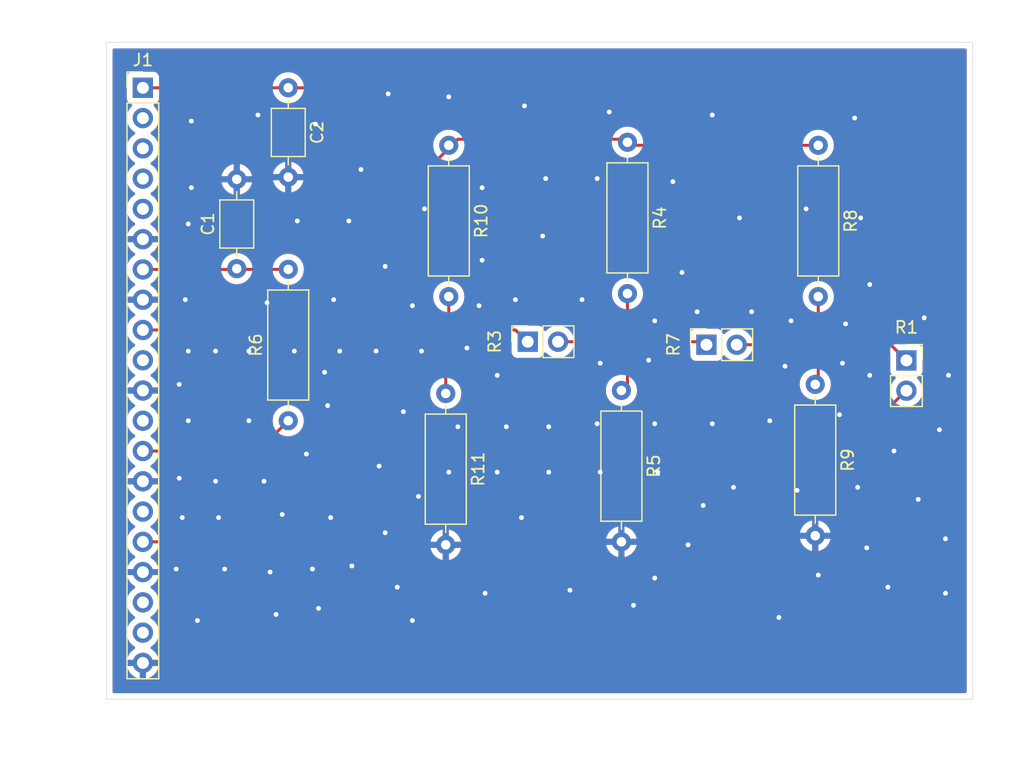
<source format=kicad_pcb>
(kicad_pcb (version 20211014) (generator pcbnew)
  (layers (0 "F.Cu" signal) (31 "B.Cu" signal) (34 "B.Paste" user) (35 "F.Paste" user) (36 "B.SilkS" user "B.Silkscreen") (37 "F.SilkS" user "F.Silkscreen") (38 "B.Mask" user) (39 "F.Mask" user) (44 "Edge.Cuts" user))
  (net 0 "")
  (net 1 "3V3")
  (net 6 "GND")
  (net 7 "rfrx0_false")
  (net 8 "rfrx0_true")
  (net 11 "pwm_out")
  (net 13 "PWM2")
  (net 16 "Net-(R7-Pad2)")
  (net 17 "Net-(R3-Pad2)")
  (footprint "Resistor_THT:R_Axial_DIN0309_L9.0mm_D3.2mm_P12.70mm_Horizontal" (layer "F.Cu") (at 141.986 77.724 -90)
    (fp_text reference "R9" (at 6.35 -2.72 90) (layer "F.SilkS"))
    (fp_text value "R")
    (fp_line (start 11.66 0) (end 10.97 0) (layer "F.SilkS") (width 0.12))
    (fp_line (start 1.73 1.72) (end 10.97 1.72) (layer "F.SilkS") (width 0.12))
    (fp_line (start 10.97 -1.72) (end 1.73 -1.72) (layer "F.SilkS") (width 0.12))
    (fp_line (start 10.97 1.72) (end 10.97 -1.72) (layer "F.SilkS") (width 0.12))
    (fp_line (start 1.04 0) (end 1.73 0) (layer "F.SilkS") (width 0.12))
    (fp_line (start 1.73 -1.72) (end 1.73 1.72) (layer "F.SilkS") (width 0.12))
    (pad "1" thru_hole circle (at 0 0 270) (size 1.6 1.6) (drill 0.8) (layers *.Cu *.Mask) (net 16 "Net-(R7-Pad2)"))
    (pad "2" thru_hole oval (at 12.7 0 270) (size 1.6 1.6) (drill 0.8) (layers *.Cu *.Mask) (net 6 "GND"))
  )
  (footprint "Capacitor_THT:C_Axial_L3.8mm_D2.6mm_P7.50mm_Horizontal" (layer "F.Cu") (at 93.472 68.012 90)
    (fp_text reference "C1" (at 3.75 -2.42 90) (layer "F.SilkS"))
    (fp_text value "C")
    (fp_line (start 1.73 1.42) (end 5.77 1.42) (layer "F.SilkS") (width 0.12))
    (fp_line (start 6.46 0) (end 5.77 0) (layer "F.SilkS") (width 0.12))
    (fp_line (start 5.77 -1.42) (end 1.73 -1.42) (layer "F.SilkS") (width 0.12))
    (fp_line (start 5.77 1.42) (end 5.77 -1.42) (layer "F.SilkS") (width 0.12))
    (fp_line (start 1.04 0) (end 1.73 0) (layer "F.SilkS") (width 0.12))
    (fp_line (start 1.73 -1.42) (end 1.73 1.42) (layer "F.SilkS") (width 0.12))
    (pad "1" thru_hole circle (at 0 0 90) (size 1.6 1.6) (drill 0.8) (layers *.Cu *.Mask) (net 7 "rfrx0_false"))
    (pad "2" thru_hole oval (at 7.5 0 90) (size 1.6 1.6) (drill 0.8) (layers *.Cu *.Mask) (net 6 "GND"))
  )
  (footprint "Resistor_THT:R_Axial_DIN0309_L9.0mm_D3.2mm_P12.70mm_Horizontal" (layer "F.Cu") (at 126.238 57.404 -90)
    (fp_text reference "R4" (at 6.35 -2.72 90) (layer "F.SilkS"))
    (fp_text value "R")
    (fp_line (start 1.73 -1.72) (end 1.73 1.72) (layer "F.SilkS") (width 0.12))
    (fp_line (start 11.66 0) (end 10.97 0) (layer "F.SilkS") (width 0.12))
    (fp_line (start 10.97 1.72) (end 10.97 -1.72) (layer "F.SilkS") (width 0.12))
    (fp_line (start 1.04 0) (end 1.73 0) (layer "F.SilkS") (width 0.12))
    (fp_line (start 10.97 -1.72) (end 1.73 -1.72) (layer "F.SilkS") (width 0.12))
    (fp_line (start 1.73 1.72) (end 10.97 1.72) (layer "F.SilkS") (width 0.12))
    (pad "1" thru_hole circle (at 0 0 270) (size 1.6 1.6) (drill 0.8) (layers *.Cu *.Mask) (net 1 "3V3"))
    (pad "2" thru_hole oval (at 12.7 0 270) (size 1.6 1.6) (drill 0.8) (layers *.Cu *.Mask) (net 17 "Net-(R3-Pad2)"))
  )
  (footprint "Resistor_THT:R_Axial_DIN0309_L9.0mm_D3.2mm_P12.70mm_Horizontal" (layer "F.Cu") (at 142.24 57.658 -90)
    (fp_text reference "R8" (at 6.35 -2.72 90) (layer "F.SilkS"))
    (fp_text value "R")
    (fp_line (start 10.97 -1.72) (end 1.73 -1.72) (layer "F.SilkS") (width 0.12))
    (fp_line (start 11.66 0) (end 10.97 0) (layer "F.SilkS") (width 0.12))
    (fp_line (start 1.73 1.72) (end 10.97 1.72) (layer "F.SilkS") (width 0.12))
    (fp_line (start 1.04 0) (end 1.73 0) (layer "F.SilkS") (width 0.12))
    (fp_line (start 10.97 1.72) (end 10.97 -1.72) (layer "F.SilkS") (width 0.12))
    (fp_line (start 1.73 -1.72) (end 1.73 1.72) (layer "F.SilkS") (width 0.12))
    (pad "1" thru_hole circle (at 0 0 270) (size 1.6 1.6) (drill 0.8) (layers *.Cu *.Mask) (net 1 "3V3"))
    (pad "2" thru_hole oval (at 12.7 0 270) (size 1.6 1.6) (drill 0.8) (layers *.Cu *.Mask) (net 16 "Net-(R7-Pad2)"))
  )
  (footprint "Resistor_THT:R_Axial_DIN0309_L9.0mm_D3.2mm_P12.70mm_Horizontal" (layer "F.Cu") (at 125.73 78.232 -90)
    (fp_text reference "R5" (at 6.35 -2.72 90) (layer "F.SilkS"))
    (fp_text value "R")
    (fp_line (start 10.97 -1.72) (end 1.73 -1.72) (layer "F.SilkS") (width 0.12))
    (fp_line (start 1.73 1.72) (end 10.97 1.72) (layer "F.SilkS") (width 0.12))
    (fp_line (start 10.97 1.72) (end 10.97 -1.72) (layer "F.SilkS") (width 0.12))
    (fp_line (start 1.04 0) (end 1.73 0) (layer "F.SilkS") (width 0.12))
    (fp_line (start 1.73 -1.72) (end 1.73 1.72) (layer "F.SilkS") (width 0.12))
    (fp_line (start 11.66 0) (end 10.97 0) (layer "F.SilkS") (width 0.12))
    (pad "1" thru_hole circle (at 0 0 270) (size 1.6 1.6) (drill 0.8) (layers *.Cu *.Mask) (net 17 "Net-(R3-Pad2)"))
    (pad "2" thru_hole oval (at 12.7 0 270) (size 1.6 1.6) (drill 0.8) (layers *.Cu *.Mask) (net 6 "GND"))
  )
  (footprint "Connector_PinHeader_2.54mm:PinHeader_1x20_P2.54mm_Vertical" (layer "F.Cu") (at 85.598 52.837)
    (fp_text reference "J1" (at 0 -2.33) (layer "F.SilkS"))
    (fp_text value "Connector_Generic_Conn_01x20")
    (fp_line (start -1.33 1.27) (end 1.33 1.27) (layer "F.SilkS") (width 0.12))
    (fp_line (start -1.33 49.59) (end 1.33 49.59) (layer "F.SilkS") (width 0.12))
    (fp_line (start -1.33 0) (end -1.33 -1.33) (layer "F.SilkS") (width 0.12))
    (fp_line (start -1.33 -1.33) (end 0 -1.33) (layer "F.SilkS") (width 0.12))
    (fp_line (start 1.33 1.27) (end 1.33 49.59) (layer "F.SilkS") (width 0.12))
    (fp_line (start -1.33 1.27) (end -1.33 49.59) (layer "F.SilkS") (width 0.12))
    (pad "1" thru_hole rect (at 0 0) (size 1.7 1.7) (drill 1) (layers *.Cu *.Mask) (net 1 "3V3"))
    (pad "2" thru_hole oval (at 0 2.54) (size 1.7 1.7) (drill 1) (layers *.Cu *.Mask))
    (pad "3" thru_hole oval (at 0 5.08) (size 1.7 1.7) (drill 1) (layers *.Cu *.Mask))
    (pad "4" thru_hole oval (at 0 7.62) (size 1.7 1.7) (drill 1) (layers *.Cu *.Mask))
    (pad "5" thru_hole oval (at 0 10.16) (size 1.7 1.7) (drill 1) (layers *.Cu *.Mask))
    (pad "6" thru_hole oval (at 0 12.7) (size 1.7 1.7) (drill 1) (layers *.Cu *.Mask) (net 6 "GND"))
    (pad "7" thru_hole oval (at 0 15.24) (size 1.7 1.7) (drill 1) (layers *.Cu *.Mask) (net 7 "rfrx0_false"))
    (pad "8" thru_hole oval (at 0 17.78) (size 1.7 1.7) (drill 1) (layers *.Cu *.Mask) (net 6 "GND"))
    (pad "9" thru_hole oval (at 0 20.32) (size 1.7 1.7) (drill 1) (layers *.Cu *.Mask) (net 8 "rfrx0_true"))
    (pad "10" thru_hole oval (at 0 22.86) (size 1.7 1.7) (drill 1) (layers *.Cu *.Mask))
    (pad "11" thru_hole oval (at 0 25.4) (size 1.7 1.7) (drill 1) (layers *.Cu *.Mask) (net 6 "GND"))
    (pad "12" thru_hole oval (at 0 27.94) (size 1.7 1.7) (drill 1) (layers *.Cu *.Mask))
    (pad "13" thru_hole oval (at 0 30.48) (size 1.7 1.7) (drill 1) (layers *.Cu *.Mask) (net 11 "pwm_out"))
    (pad "14" thru_hole oval (at 0 33.02) (size 1.7 1.7) (drill 1) (layers *.Cu *.Mask) (net 6 "GND"))
    (pad "15" thru_hole oval (at 0 35.56) (size 1.7 1.7) (drill 1) (layers *.Cu *.Mask))
    (pad "16" thru_hole oval (at 0 38.1) (size 1.7 1.7) (drill 1) (layers *.Cu *.Mask) (net 13 "PWM2"))
    (pad "17" thru_hole oval (at 0 40.64) (size 1.7 1.7) (drill 1) (layers *.Cu *.Mask) (net 6 "GND"))
    (pad "18" thru_hole oval (at 0 43.18) (size 1.7 1.7) (drill 1) (layers *.Cu *.Mask))
    (pad "19" thru_hole oval (at 0 45.72) (size 1.7 1.7) (drill 1) (layers *.Cu *.Mask))
    (pad "20" thru_hole oval (at 0 48.26) (size 1.7 1.7) (drill 1) (layers *.Cu *.Mask) (net 6 "GND"))
  )
  (footprint "Connector_PinSocket_2.54mm:PinSocket_1x02_P2.54mm_Vertical" (layer "F.Cu") (at 149.631 75.712)
    (fp_text reference "R1" (at 0 -2.77) (layer "F.SilkS"))
    (fp_text value "R")
    (fp_line (start -1.33 1.27) (end 1.33 1.27) (layer "F.SilkS") (width 0.12))
    (fp_line (start -1.33 1.27) (end -1.33 3.87) (layer "F.SilkS") (width 0.12))
    (fp_line (start 1.33 1.27) (end 1.33 3.87) (layer "F.SilkS") (width 0.12))
    (fp_line (start -1.33 3.87) (end 1.33 3.87) (layer "F.SilkS") (width 0.12))
    (fp_line (start 1.33 -1.33) (end 1.33 0) (layer "F.SilkS") (width 0.12))
    (fp_line (start 0 -1.33) (end 1.33 -1.33) (layer "F.SilkS") (width 0.12))
    (pad "1" thru_hole rect (at 0 0) (size 1.7 1.7) (drill 1) (layers *.Cu *.Mask) (net 16 "Net-(R7-Pad2)"))
    (pad "2" thru_hole oval (at 0 2.54) (size 1.7 1.7) (drill 1) (layers *.Cu *.Mask) (net 13 "PWM2"))
  )
  (footprint "Resistor_THT:R_Axial_DIN0309_L9.0mm_D3.2mm_P12.70mm_Horizontal" (layer "F.Cu") (at 110.998 78.486 -90)
    (fp_text reference "R11" (at 6.35 -2.72 90) (layer "F.SilkS"))
    (fp_text value "R")
    (fp_line (start 10.97 -1.72) (end 1.73 -1.72) (layer "F.SilkS") (width 0.12))
    (fp_line (start 1.73 -1.72) (end 1.73 1.72) (layer "F.SilkS") (width 0.12))
    (fp_line (start 11.66 0) (end 10.97 0) (layer "F.SilkS") (width 0.12))
    (fp_line (start 10.97 1.72) (end 10.97 -1.72) (layer "F.SilkS") (width 0.12))
    (fp_line (start 1.73 1.72) (end 10.97 1.72) (layer "F.SilkS") (width 0.12))
    (fp_line (start 1.04 0) (end 1.73 0) (layer "F.SilkS") (width 0.12))
    (pad "1" thru_hole circle (at 0 0 270) (size 1.6 1.6) (drill 0.8) (layers *.Cu *.Mask) (net 8 "rfrx0_true"))
    (pad "2" thru_hole oval (at 12.7 0 270) (size 1.6 1.6) (drill 0.8) (layers *.Cu *.Mask) (net 6 "GND"))
  )
  (footprint "Capacitor_THT:C_Axial_L3.8mm_D2.6mm_P7.50mm_Horizontal" (layer "F.Cu") (at 97.79 52.832 -90)
    (fp_text reference "C2" (at 3.75 -2.42 90) (layer "F.SilkS"))
    (fp_text value "C")
    (fp_line (start 6.46 0) (end 5.77 0) (layer "F.SilkS") (width 0.12))
    (fp_line (start 1.73 -1.42) (end 1.73 1.42) (layer "F.SilkS") (width 0.12))
    (fp_line (start 1.04 0) (end 1.73 0) (layer "F.SilkS") (width 0.12))
    (fp_line (start 5.77 -1.42) (end 1.73 -1.42) (layer "F.SilkS") (width 0.12))
    (fp_line (start 5.77 1.42) (end 5.77 -1.42) (layer "F.SilkS") (width 0.12))
    (fp_line (start 1.73 1.42) (end 5.77 1.42) (layer "F.SilkS") (width 0.12))
    (pad "1" thru_hole circle (at 0 0 270) (size 1.6 1.6) (drill 0.8) (layers *.Cu *.Mask) (net 1 "3V3"))
    (pad "2" thru_hole oval (at 7.5 0 270) (size 1.6 1.6) (drill 0.8) (layers *.Cu *.Mask) (net 6 "GND"))
  )
  (footprint "Resistor_THT:R_Axial_DIN0309_L9.0mm_D3.2mm_P12.70mm_Horizontal" (layer "F.Cu") (at 97.79 80.772 90)
    (fp_text reference "R6" (at 6.35 -2.72 90) (layer "F.SilkS"))
    (fp_text value "R")
    (fp_line (start 10.97 -1.72) (end 1.73 -1.72) (layer "F.SilkS") (width 0.12))
    (fp_line (start 1.73 1.72) (end 10.97 1.72) (layer "F.SilkS") (width 0.12))
    (fp_line (start 1.73 -1.72) (end 1.73 1.72) (layer "F.SilkS") (width 0.12))
    (fp_line (start 11.66 0) (end 10.97 0) (layer "F.SilkS") (width 0.12))
    (fp_line (start 1.04 0) (end 1.73 0) (layer "F.SilkS") (width 0.12))
    (fp_line (start 10.97 1.72) (end 10.97 -1.72) (layer "F.SilkS") (width 0.12))
    (pad "1" thru_hole circle (at 0 0 90) (size 1.6 1.6) (drill 0.8) (layers *.Cu *.Mask) (net 11 "pwm_out"))
    (pad "2" thru_hole oval (at 12.7 0 90) (size 1.6 1.6) (drill 0.8) (layers *.Cu *.Mask) (net 7 "rfrx0_false"))
  )
  (footprint "Connector_PinSocket_2.54mm:PinSocket_1x02_P2.54mm_Vertical" (layer "F.Cu") (at 132.862 74.397 90)
    (fp_text reference "R7" (at 0 -2.77 90) (layer "F.SilkS"))
    (fp_text value "R")
    (fp_line (start 1.33 -1.33) (end 1.33 0) (layer "F.SilkS") (width 0.12))
    (fp_line (start -1.33 3.87) (end 1.33 3.87) (layer "F.SilkS") (width 0.12))
    (fp_line (start -1.33 1.27) (end 1.33 1.27) (layer "F.SilkS") (width 0.12))
    (fp_line (start 1.33 1.27) (end 1.33 3.87) (layer "F.SilkS") (width 0.12))
    (fp_line (start -1.33 1.27) (end -1.33 3.87) (layer "F.SilkS") (width 0.12))
    (fp_line (start 0 -1.33) (end 1.33 -1.33) (layer "F.SilkS") (width 0.12))
    (pad "1" thru_hole rect (at 0 0 90) (size 1.7 1.7) (drill 1) (layers *.Cu *.Mask) (net 17 "Net-(R3-Pad2)"))
    (pad "2" thru_hole oval (at 0 2.54 90) (size 1.7 1.7) (drill 1) (layers *.Cu *.Mask) (net 16 "Net-(R7-Pad2)"))
  )
  (footprint "Resistor_THT:R_Axial_DIN0309_L9.0mm_D3.2mm_P12.70mm_Horizontal" (layer "F.Cu") (at 111.252 57.658 -90)
    (fp_text reference "R10" (at 6.35 -2.72 90) (layer "F.SilkS"))
    (fp_text value "R")
    (fp_line (start 11.66 0) (end 10.97 0) (layer "F.SilkS") (width 0.12))
    (fp_line (start 10.97 -1.72) (end 1.73 -1.72) (layer "F.SilkS") (width 0.12))
    (fp_line (start 1.04 0) (end 1.73 0) (layer "F.SilkS") (width 0.12))
    (fp_line (start 1.73 1.72) (end 10.97 1.72) (layer "F.SilkS") (width 0.12))
    (fp_line (start 1.73 -1.72) (end 1.73 1.72) (layer "F.SilkS") (width 0.12))
    (fp_line (start 10.97 1.72) (end 10.97 -1.72) (layer "F.SilkS") (width 0.12))
    (pad "1" thru_hole circle (at 0 0 270) (size 1.6 1.6) (drill 0.8) (layers *.Cu *.Mask) (net 1 "3V3"))
    (pad "2" thru_hole oval (at 12.7 0 270) (size 1.6 1.6) (drill 0.8) (layers *.Cu *.Mask) (net 8 "rfrx0_true"))
  )
  (footprint "Connector_PinSocket_2.54mm:PinSocket_1x02_P2.54mm_Vertical" (layer "F.Cu") (at 117.876 74.143 90)
    (fp_text reference "R3" (at 0 -2.77 90) (layer "F.SilkS"))
    (fp_text value "R")
    (fp_line (start -1.33 1.27) (end -1.33 3.87) (layer "F.SilkS") (width 0.12))
    (fp_line (start -1.33 3.87) (end 1.33 3.87) (layer "F.SilkS") (width 0.12))
    (fp_line (start 1.33 1.27) (end 1.33 3.87) (layer "F.SilkS") (width 0.12))
    (fp_line (start 0 -1.33) (end 1.33 -1.33) (layer "F.SilkS") (width 0.12))
    (fp_line (start 1.33 -1.33) (end 1.33 0) (layer "F.SilkS") (width 0.12))
    (fp_line (start -1.33 1.27) (end 1.33 1.27) (layer "F.SilkS") (width 0.12))
    (pad "1" thru_hole rect (at 0 0 90) (size 1.7 1.7) (drill 1) (layers *.Cu *.Mask) (net 8 "rfrx0_true"))
    (pad "2" thru_hole oval (at 0 2.54 90) (size 1.7 1.7) (drill 1) (layers *.Cu *.Mask) (net 17 "Net-(R3-Pad2)"))
  )
  (gr_rect (start 82.55 49.022) (end 155.194 104.14) (layer "Edge.Cuts") (width 0.05) (fill none))
  (segment (start 126.746 57.658) (end 142.24 57.658) (width 0.25) (layer "F.Cu") (net 1))
  (segment (start 106.934 58.674) (end 106.934 59.182) (width 0.25) (layer "F.Cu") (net 1))
  (segment (start 85.598 52.837) (end 101.097 52.837) (width 0.25) (layer "F.Cu") (net 1))
  (segment (start 106.934 59.182) (end 109.982 59.182) (width 0.25) (layer "F.Cu") (net 1))
  (segment (start 112.014 57.15) (end 126.238 57.15) (width 0.25) (layer "F.Cu") (net 1))
  (segment (start 101.097 52.837) (end 106.934 58.674) (width 0.25) (layer "F.Cu") (net 1))
  (segment (start 126.238 57.15) (end 126.746 57.658) (width 0.25) (layer "F.Cu") (net 1))
  (segment (start 109.982 59.182) (end 112.014 57.15) (width 0.25) (layer "F.Cu") (net 1))
  (via (at 128.016 75.692) (size 0.8) (drill 0.4) (layers "F.Cu" "B.Cu") (net 6))
  (via (at 133.35 81.026) (size 0.8) (drill 0.4) (layers "F.Cu" "B.Cu") (net 6))
  (via (at 101.092 79.502) (size 0.8) (drill 0.4) (layers "F.Cu" "B.Cu") (net 6))
  (via (at 102.87 64.008) (size 0.8) (drill 0.4) (layers "F.Cu" "B.Cu") (net 6))
  (via (at 89.662 61.214) (size 0.8) (drill 0.4) (layers "F.Cu" "B.Cu") (net 6))
  (via (at 152.4 81.534) (size 0.8) (drill 0.4) (layers "F.Cu" "B.Cu") (net 6))
  (via (at 132.588 87.884) (size 0.8) (drill 0.4) (layers "F.Cu" "B.Cu") (net 6))
  (via (at 89.408 64.262) (size 0.8) (drill 0.4) (layers "F.Cu" "B.Cu") (net 6))
  (via (at 145.288 55.372) (size 0.8) (drill 0.4) (layers "F.Cu" "B.Cu") (net 6))
  (via (at 119.634 85.09) (size 0.8) (drill 0.4) (layers "F.Cu" "B.Cu") (net 6))
  (via (at 117.348 88.9) (size 0.8) (drill 0.4) (layers "F.Cu" "B.Cu") (net 6))
  (via (at 91.948 88.9) (size 0.8) (drill 0.4) (layers "F.Cu" "B.Cu") (net 6))
  (via (at 140.462 86.614) (size 0.8) (drill 0.4) (layers "F.Cu" "B.Cu") (net 6))
  (via (at 94.488 74.93) (size 0.8) (drill 0.4) (layers "F.Cu" "B.Cu") (net 6))
  (via (at 117.602 54.356) (size 0.8) (drill 0.4) (layers "F.Cu" "B.Cu") (net 6))
  (via (at 128.778 85.09) (size 0.8) (drill 0.4) (layers "F.Cu" "B.Cu") (net 6))
  (via (at 106.934 94.742) (size 0.8) (drill 0.4) (layers "F.Cu" "B.Cu") (net 6))
  (via (at 113.792 71.12) (size 0.8) (drill 0.4) (layers "F.Cu" "B.Cu") (net 6))
  (via (at 100.33 96.52) (size 0.8) (drill 0.4) (layers "F.Cu" "B.Cu") (net 6))
  (via (at 88.646 85.598) (size 0.8) (drill 0.4) (layers "F.Cu" "B.Cu") (net 6))
  (via (at 128.524 93.98) (size 0.8) (drill 0.4) (layers "F.Cu" "B.Cu") (net 6))
  (via (at 132.08 71.628) (size 0.8) (drill 0.4) (layers "F.Cu" "B.Cu") (net 6))
  (via (at 139.446 76.2) (size 0.8) (drill 0.4) (layers "F.Cu" "B.Cu") (net 6))
  (via (at 108.712 87.122) (size 0.8) (drill 0.4) (layers "F.Cu" "B.Cu") (net 6))
  (via (at 123.698 60.452) (size 0.8) (drill 0.4) (layers "F.Cu" "B.Cu") (net 6))
  (via (at 94.488 80.772) (size 0.8) (drill 0.4) (layers "F.Cu" "B.Cu") (net 6))
  (via (at 100.838 76.708) (size 0.8) (drill 0.4) (layers "F.Cu" "B.Cu") (net 6))
  (via (at 96.774 97.028) (size 0.8) (drill 0.4) (layers "F.Cu" "B.Cu") (net 6))
  (via (at 144.272 75.946) (size 0.8) (drill 0.4) (layers "F.Cu" "B.Cu") (net 6))
  (via (at 124.714 54.864) (size 0.8) (drill 0.4) (layers "F.Cu" "B.Cu") (net 6))
  (via (at 146.558 76.962) (size 0.8) (drill 0.4) (layers "F.Cu" "B.Cu") (net 6))
  (via (at 91.694 74.93) (size 0.8) (drill 0.4) (layers "F.Cu" "B.Cu") (net 6))
  (via (at 88.392 93.218) (size 0.8) (drill 0.4) (layers "F.Cu" "B.Cu") (net 6))
  (via (at 105.41 84.582) (size 0.8) (drill 0.4) (layers "F.Cu" "B.Cu") (net 6))
  (via (at 96.266 93.472) (size 0.8) (drill 0.4) (layers "F.Cu" "B.Cu") (net 6))
  (via (at 150.622 87.376) (size 0.8) (drill 0.4) (layers "F.Cu" "B.Cu") (net 6))
  (via (at 128.524 72.39) (size 0.8) (drill 0.4) (layers "F.Cu" "B.Cu") (net 6))
  (via (at 108.966 74.93) (size 0.8) (drill 0.4) (layers "F.Cu" "B.Cu") (net 6))
  (via (at 115.316 76.962) (size 0.8) (drill 0.4) (layers "F.Cu" "B.Cu") (net 6))
  (via (at 108.204 97.536) (size 0.8) (drill 0.4) (layers "F.Cu" "B.Cu") (net 6))
  (via (at 89.408 80.772) (size 0.8) (drill 0.4) (layers "F.Cu" "B.Cu") (net 6))
  (via (at 123.698 81.026) (size 0.8) (drill 0.4) (layers "F.Cu" "B.Cu") (net 6))
  (via (at 119.126 65.278) (size 0.8) (drill 0.4) (layers "F.Cu" "B.Cu") (net 6))
  (via (at 146.558 69.342) (size 0.8) (drill 0.4) (layers "F.Cu" "B.Cu") (net 6))
  (via (at 105.918 90.17) (size 0.8) (drill 0.4) (layers "F.Cu" "B.Cu") (net 6))
  (via (at 109.22 62.992) (size 0.8) (drill 0.4) (layers "F.Cu" "B.Cu") (net 6))
  (via (at 153.162 76.962) (size 0.8) (drill 0.4) (layers "F.Cu" "B.Cu") (net 6))
  (via (at 101.6 70.612) (size 0.8) (drill 0.4) (layers "F.Cu" "B.Cu") (net 6))
  (via (at 114.3 95.25) (size 0.8) (drill 0.4) (layers "F.Cu" "B.Cu") (net 6))
  (via (at 103.124 92.964) (size 0.8) (drill 0.4) (layers "F.Cu" "B.Cu") (net 6))
  (via (at 95.25 55.118) (size 0.8) (drill 0.4) (layers "F.Cu" "B.Cu") (net 6))
  (via (at 123.952 75.946) (size 0.8) (drill 0.4) (layers "F.Cu" "B.Cu") (net 6))
  (via (at 112.776 74.676) (size 0.8) (drill 0.4) (layers "F.Cu" "B.Cu") (net 6))
  (via (at 106.172 53.34) (size 0.8) (drill 0.4) (layers "F.Cu" "B.Cu") (net 6))
  (via (at 98.552 64.008) (size 0.8) (drill 0.4) (layers "F.Cu" "B.Cu") (net 6))
  (via (at 123.952 85.09) (size 0.8) (drill 0.4) (layers "F.Cu" "B.Cu") (net 6))
  (via (at 89.154 70.612) (size 0.8) (drill 0.4) (layers "F.Cu" "B.Cu") (net 6))
  (via (at 103.886 59.69) (size 0.8) (drill 0.4) (layers "F.Cu" "B.Cu") (net 6))
  (via (at 96.012 70.866) (size 0.8) (drill 0.4) (layers "F.Cu" "B.Cu") (net 6))
  (via (at 112.014 81.28) (size 0.8) (drill 0.4) (layers "F.Cu" "B.Cu") (net 6))
  (via (at 142.24 93.726) (size 0.8) (drill 0.4) (layers "F.Cu" "B.Cu") (net 6))
  (via (at 100.076 55.88) (size 0.8) (drill 0.4) (layers "F.Cu" "B.Cu") (net 6))
  (via (at 152.908 95.25) (size 0.8) (drill 0.4) (layers "F.Cu" "B.Cu") (net 6))
  (via (at 95.758 85.852) (size 0.8) (drill 0.4) (layers "F.Cu" "B.Cu") (net 6))
  (via (at 119.634 81.28) (size 0.8) (drill 0.4) (layers "F.Cu" "B.Cu") (net 6))
  (via (at 105.918 67.818) (size 0.8) (drill 0.4) (layers "F.Cu" "B.Cu") (net 6))
  (via (at 144.526 72.644) (size 0.8) (drill 0.4) (layers "F.Cu" "B.Cu") (net 6))
  (via (at 122.428 70.612) (size 0.8) (drill 0.4) (layers "F.Cu" "B.Cu") (net 6))
  (via (at 130.048 60.706) (size 0.8) (drill 0.4) (layers "F.Cu" "B.Cu") (net 6))
  (via (at 99.822 93.218) (size 0.8) (drill 0.4) (layers "F.Cu" "B.Cu") (net 6))
  (via (at 139.954 72.39) (size 0.8) (drill 0.4) (layers "F.Cu" "B.Cu") (net 6))
  (via (at 107.442 80.01) (size 0.8) (drill 0.4) (layers "F.Cu" "B.Cu") (net 6))
  (via (at 130.81 68.326) (size 0.8) (drill 0.4) (layers "F.Cu" "B.Cu") (net 6))
  (via (at 148.082 94.742) (size 0.8) (drill 0.4) (layers "F.Cu" "B.Cu") (net 6))
  (via (at 138.176 80.772) (size 0.8) (drill 0.4) (layers "F.Cu" "B.Cu") (net 6))
  (via (at 101.346 88.9) (size 0.8) (drill 0.4) (layers "F.Cu" "B.Cu") (net 6))
  (via (at 89.662 55.626) (size 0.8) (drill 0.4) (layers "F.Cu" "B.Cu") (net 6))
  (via (at 91.694 85.852) (size 0.8) (drill 0.4) (layers "F.Cu" "B.Cu") (net 6))
  (via (at 99.314 83.566) (size 0.8) (drill 0.4) (layers "F.Cu" "B.Cu") (net 6))
  (via (at 92.456 93.218) (size 0.8) (drill 0.4) (layers "F.Cu" "B.Cu") (net 6))
  (via (at 111.252 85.09) (size 0.8) (drill 0.4) (layers "F.Cu" "B.Cu") (net 6))
  (via (at 135.636 63.754) (size 0.8) (drill 0.4) (layers "F.Cu" "B.Cu") (net 6))
  (via (at 144.018 80.264) (size 0.8) (drill 0.4) (layers "F.Cu" "B.Cu") (net 6))
  (via (at 89.408 74.93) (size 0.8) (drill 0.4) (layers "F.Cu" "B.Cu") (net 6))
  (via (at 136.652 71.628) (size 0.8) (drill 0.4) (layers "F.Cu" "B.Cu") (net 6))
  (via (at 90.17 97.536) (size 0.8) (drill 0.4) (layers "F.Cu" "B.Cu") (net 6))
  (via (at 88.646 77.724) (size 0.8) (drill 0.4) (layers "F.Cu" "B.Cu") (net 6))
  (via (at 145.542 86.36) (size 0.8) (drill 0.4) (layers "F.Cu" "B.Cu") (net 6))
  (via (at 111.252 53.594) (size 0.8) (drill 0.4) (layers "F.Cu" "B.Cu") (net 6))
  (via (at 116.078 81.28) (size 0.8) (drill 0.4) (layers "F.Cu" "B.Cu") (net 6))
  (via (at 102.108 74.93) (size 0.8) (drill 0.4) (layers "F.Cu" "B.Cu") (net 6))
  (via (at 151.13 72.136) (size 0.8) (drill 0.4) (layers "F.Cu" "B.Cu") (net 6))
  (via (at 148.59 83.312) (size 0.8) (drill 0.4) (layers "F.Cu" "B.Cu") (net 6))
  (via (at 131.318 91.186) (size 0.8) (drill 0.4) (layers "F.Cu" "B.Cu") (net 6))
  (via (at 141.224 62.992) (size 0.8) (drill 0.4) (layers "F.Cu" "B.Cu") (net 6))
  (via (at 105.156 74.93) (size 0.8) (drill 0.4) (layers "F.Cu" "B.Cu") (net 6))
  (via (at 115.316 85.09) (size 0.8) (drill 0.4) (layers "F.Cu" "B.Cu") (net 6))
  (via (at 119.38 60.452) (size 0.8) (drill 0.4) (layers "F.Cu" "B.Cu") (net 6))
  (via (at 121.412 94.996) (size 0.8) (drill 0.4) (layers "F.Cu" "B.Cu") (net 6))
  (via (at 116.84 70.612) (size 0.8) (drill 0.4) (layers "F.Cu" "B.Cu") (net 6))
  (via (at 126.746 96.266) (size 0.8) (drill 0.4) (layers "F.Cu" "B.Cu") (net 6))
  (via (at 88.9 88.9) (size 0.8) (drill 0.4) (layers "F.Cu" "B.Cu") (net 6))
  (via (at 108.204 71.12) (size 0.8) (drill 0.4) (layers "F.Cu" "B.Cu") (net 6))
  (via (at 146.304 91.44) (size 0.8) (drill 0.4) (layers "F.Cu" "B.Cu") (net 6))
  (via (at 98.298 74.93) (size 0.8) (drill 0.4) (layers "F.Cu" "B.Cu") (net 6))
  (via (at 114.046 67.31) (size 0.8) (drill 0.4) (layers "F.Cu" "B.Cu") (net 6))
  (via (at 138.938 97.282) (size 0.8) (drill 0.4) (layers "F.Cu" "B.Cu") (net 6))
  (via (at 145.796 63.754) (size 0.8) (drill 0.4) (layers "F.Cu" "B.Cu") (net 6))
  (via (at 133.35 55.118) (size 0.8) (drill 0.4) (layers "F.Cu" "B.Cu") (net 6))
  (via (at 97.282 88.646) (size 0.8) (drill 0.4) (layers "F.Cu" "B.Cu") (net 6))
  (via (at 152.908 90.678) (size 0.8) (drill 0.4) (layers "F.Cu" "B.Cu") (net 6))
  (via (at 128.524 81.026) (size 0.8) (drill 0.4) (layers "F.Cu" "B.Cu") (net 6))
  (via (at 114.046 61.214) (size 0.8) (drill 0.4) (layers "F.Cu" "B.Cu") (net 6))
  (via (at 135.128 86.36) (size 0.8) (drill 0.4) (layers "F.Cu" "B.Cu") (net 6))
  (segment (start 85.598 68.077) (end 93.467 68.077) (width 0.25) (layer "F.Cu") (net 7))
  (segment (start 93.467 68.077) (end 93.726 67.818) (width 0.25) (layer "F.Cu") (net 7))
  (segment (start 93.98 68.072) (end 97.79 68.072) (width 0.25) (layer "F.Cu") (net 7))
  (segment (start 93.726 67.818) (end 93.98 68.072) (width 0.25) (layer "F.Cu") (net 7))
  (segment (start 110.998 78.486) (end 110.998 73.406) (width 0.25) (layer "F.Cu") (net 8))
  (segment (start 111.247 73.157) (end 111.252 73.152) (width 0.25) (layer "F.Cu") (net 8))
  (segment (start 111.247 73.157) (end 116.845 73.157) (width 0.25) (layer "F.Cu") (net 8))
  (segment (start 85.598 73.157) (end 111.247 73.157) (width 0.25) (layer "F.Cu") (net 8))
  (segment (start 116.845 73.157) (end 117.856 74.168) (width 0.25) (layer "F.Cu") (net 8))
  (segment (start 111.252 73.152) (end 111.252 70.358) (width 0.25) (layer "F.Cu") (net 8))
  (segment (start 110.998 73.406) (end 111.252 73.152) (width 0.25) (layer "F.Cu") (net 8))
  (segment (start 85.598 83.317) (end 95.245 83.317) (width 0.25) (layer "F.Cu") (net 11))
  (segment (start 95.245 83.317) (end 97.79 80.772) (width 0.25) (layer "F.Cu") (net 11))
  (segment (start 144.272 83.058) (end 144.78 83.058) (width 0.25) (layer "F.Cu") (net 13))
  (segment (start 107.188 85.852) (end 109.22 83.82) (width 0.25) (layer "F.Cu") (net 13))
  (segment (start 101.849 90.937) (end 102.103 90.937) (width 0.25) (layer "F.Cu") (net 13))
  (segment (start 109.22 83.82) (end 109.474 83.566) (width 0.25) (layer "F.Cu") (net 13))
  (segment (start 109.474 83.566) (end 109.982 83.058) (width 0.25) (layer "F.Cu") (net 13))
  (segment (start 144.78 83.058) (end 149.86 77.978) (width 0.25) (layer "F.Cu") (net 13))
  (segment (start 85.598 90.937) (end 101.595 90.937) (width 0.25) (layer "F.Cu") (net 13))
  (segment (start 102.103 90.937) (end 107.188 85.852) (width 0.25) (layer "F.Cu") (net 13))
  (segment (start 109.982 83.058) (end 144.272 83.058) (width 0.25) (layer "F.Cu") (net 13))
  (segment (start 101.595 90.937) (end 101.849 90.937) (width 0.25) (layer "F.Cu") (net 13))
  (segment (start 135.402 74.397) (end 148.311 74.397) (width 0.25) (layer "F.Cu") (net 16))
  (segment (start 142.24 70.358) (end 142.24 77.216) (width 0.25) (layer "F.Cu") (net 16))
  (segment (start 142.24 77.216) (end 142.24 77.47) (width 0.25) (layer "F.Cu") (net 16))
  (segment (start 148.311 74.397) (end 149.606 75.692) (width 0.25) (layer "F.Cu") (net 16))
  (segment (start 142.24 77.47) (end 141.732 77.978) (width 0.25) (layer "F.Cu") (net 16))
  (segment (start 133.071 74.143) (end 133.096 74.168) (width 0.25) (layer "F.Cu") (net 17))
  (segment (start 120.416 74.143) (end 133.071 74.143) (width 0.25) (layer "F.Cu") (net 17))
  (segment (start 126.238 70.104) (end 126.238 77.724) (width 0.25) (layer "F.Cu") (net 17))
  (segment (start 126.238 77.724) (end 125.73 78.232) (width 0.25) (layer "F.Cu") (net 17))
  (zone (net 6) (net_name "GND") (layer "F.Cu") (connect_pads (clearance 0.508)) (min_thickness 0.254) (fill yes (thermal_gap 0.508) (thermal_bridge_width 0.508))
    (polygon (pts (xy 155.702 107.696) (xy 78.232 107.95) (xy 78.486 49.022) (xy 154.94 48.768)))
  )
  (zone (net 6) (net_name "GND") (layer "B.Cu") (connect_pads (clearance 0.508)) (min_thickness 0.254) (fill yes (thermal_gap 0.508) (thermal_bridge_width 0.508))
    (polygon (pts (xy 159.512 110.998) (xy 73.914 110.998) (xy 74.676 45.974) (xy 159.004 45.466)))
  )
)
</source>
